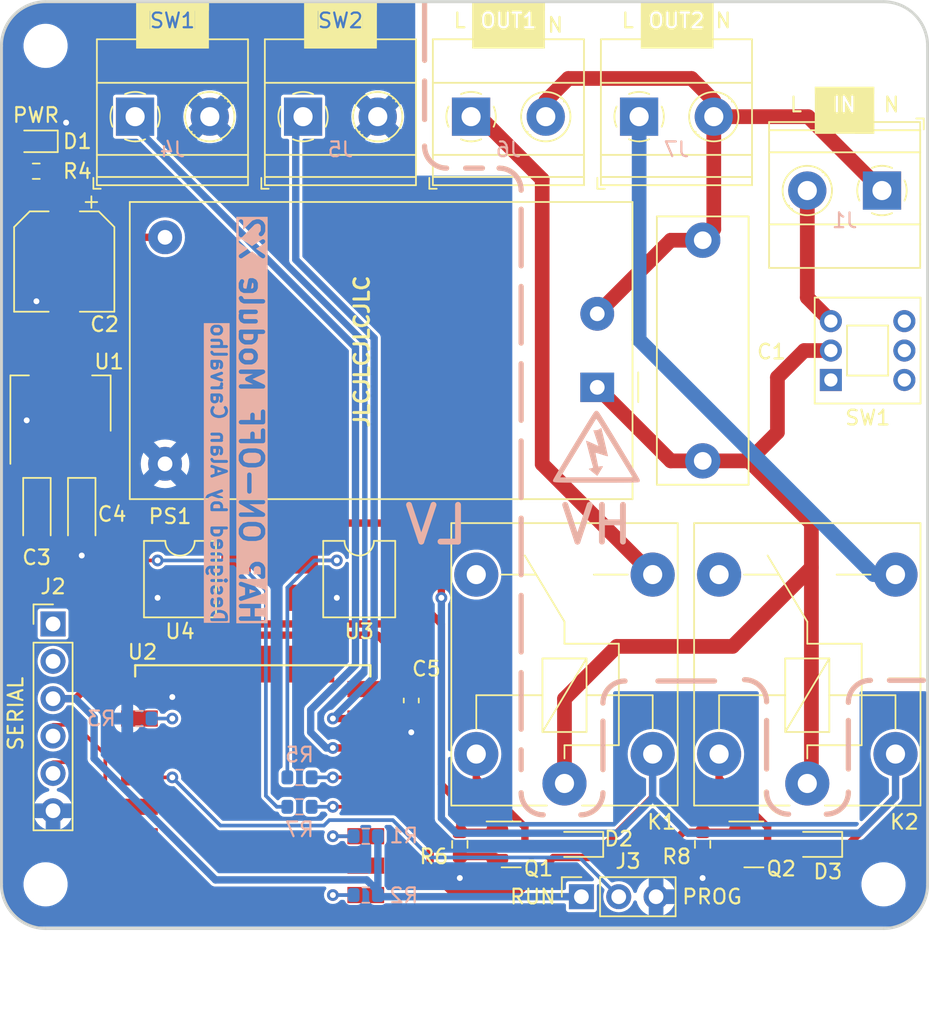
<source format=kicad_pcb>
(kicad_pcb (version 20221018) (generator pcbnew)
  (title_block (title "ON-OFF Module X2") (date "2024-05-09") (rev "1.0") (company "Alan Carvalho"))
  (layers (0 "F.Cu" signal) (31 "B.Cu" signal) (34 "B.Paste" user) (35 "F.Paste" user) (36 "B.SilkS" user "B.Silkscreen") (37 "F.SilkS" user "F.Silkscreen") (38 "B.Mask" user) (39 "F.Mask" user) (44 "Edge.Cuts" user))
  (net 0 "")
  (net 1 "LINE")
  (net 2 "NEUT")
  (net 3 "+12V")
  (net 4 "GND")
  (net 5 "+3.3V")
  (net 6 "Net-(D3-A)")
  (net 7 "Net-(D1-A)")
  (net 8 "Net-(D2-A)")
  (net 10 "SWITCH1")
  (net 11 "Net-(J1-Pin_2)")
  (net 13 "SWITCH2")
  (net 14 "TX")
  (net 15 "RX")
  (net 17 "OUT1")
  (net 18 "Net-(Q1-G)")
  (net 19 "Net-(U2-CH_PD)")
  (net 20 "Net-(U2-REST)")
  (net 21 "Net-(U2-GPIO15)")
  (net 22 "OUT2")
  (net 23 "FLASH")
  (net 36 "Net-(Q2-G)")
  (net 37 "Net-(R5-Pad1)")
  (net 38 "RELAY1")
  (net 39 "Net-(R7-Pad1)")
  (net 40 "RELAY2")
  (footprint "Capacitor_SMD:C_0603_1608Metric" (layer "F.Cu") (at 144.968201 106.9866 -90)
    (fp_text reference "C5" (at -2.156846 -1.030999 -180) (layer "F.SilkS"))
    (fp_text value "0.1uF" hide)
    (pad "1" smd roundrect (at -0.775 0 270) (size 0.9 0.95) (layers "F.Cu" "F.Paste" "F.Mask") (net 5 "+3.3V"))
    (pad "2" smd roundrect (at 0.775 0 270) (size 0.9 0.95) (layers "F.Cu" "F.Paste" "F.Mask") (net 4 "GND"))
  )
  (footprint "Package_TO_SOT_SMD:SOT-23" (layer "F.Cu") (at 151.7627 116.767754)
    (fp_text reference "Q1" (at 1.8565 1.651 180) (layer "F.SilkS"))
    (fp_text value "2N7002H" hide)
    (pad "1" smd roundrect (at -0.9375 -0.95) (size 1.475 0.6) (layers "F.Cu" "F.Paste" "F.Mask") (net 18 "Net-(Q1-G)"))
    (pad "2" smd roundrect (at -0.9375 0.95) (size 1.475 0.6) (layers "F.Cu" "F.Paste" "F.Mask") (net 4 "GND"))
    (pad "3" smd roundrect (at 0.9375 0) (size 1.475 0.6) (layers "F.Cu" "F.Paste" "F.Mask") (net 8 "Net-(D2-A)"))
  )
  (footprint "TerminalBlock_Phoenix:TerminalBlock_Phoenix_MKDS-1,5-2-5.08_1x02_P5.08mm_Horizontal" (layer "F.Cu") (at 137.6072 67.295054)
    (fp_text reference "J5" (at 2.54 2.2287) (layer "B.SilkS") (effects (justify mirror)))
    (fp_text value "Screw_Terminal_01x02" hide)
    (fp_text user "SW2" (at 2.545 -6.5343 unlocked) (layer "F.SilkS" knockout))
    (pad "1" thru_hole rect (at 0 0) (size 2.6 2.6) (drill 1.3) (layers "*.Cu" "*.Mask") (net 13 "SWITCH2"))
    (pad "2" thru_hole circle (at 5.08 0) (size 2.6 2.6) (drill 1.3) (layers "*.Cu" "*.Mask") (net 4 "GND"))
  )
  (footprint "MountingHole:MountingHole_2.5mm" (layer "F.Cu") (at 120.0912 62.481908 90)
    (fp_text reference "REF**" hide)
    (fp_text value "MountingHole_2.5mm" hide)
    (pad "" np_thru_hole circle (at 0 0 90) (size 2.5 2.5) (drill 2.5) (layers "F&B.Cu" "*.Mask"))
  )
  (footprint "Diode_SMD:D_SOD-323F" (layer "F.Cu") (at 156.4132 116.767754 180)
    (fp_text reference "D2" (at -2.667 0.381) (layer "F.SilkS"))
    (fp_text value "1N4148" hide)
    (pad "1" smd roundrect (at -1.1 0 180) (size 0.5 0.5) (layers "F.Cu" "F.Paste" "F.Mask") (net 3 "+12V"))
    (pad "2" smd roundrect (at 1.1 0 180) (size 0.5 0.5) (layers "F.Cu" "F.Paste" "F.Mask") (net 8 "Net-(D2-A)"))
  )
  (footprint "Connector_PinSocket_2.54mm:PinSocket_1x03_P2.54mm_Vertical" (layer "F.Cu") (at 156.5402 120.323754 90)
    (fp_text reference "J3" (at 2.413 3.175) (layer "F.SilkS"))
    (fp_text value "Conn_01x03_Socket" hide)
    (fp_text user "RUN" (at 0 -3.302 unlocked) (layer "F.SilkS"))
    (fp_text user "PROG" (at 0 8.89 unlocked) (layer "F.SilkS"))
    (pad "1" thru_hole rect (at 0 0 90) (size 1.7 1.7) (drill 1) (layers "*.Cu" "*.Mask") (net 5 "+3.3V"))
    (pad "2" thru_hole oval (at 0 2.54 90) (size 1.7 1.7) (drill 1) (layers "*.Cu" "*.Mask") (net 23 "FLASH"))
    (pad "3" thru_hole oval (at 0 5.08 90) (size 1.7 1.7) (drill 1) (layers "*.Cu" "*.Mask") (net 4 "GND"))
  )
  (footprint "Diode_SMD:D_SOD-323F" (layer "F.Cu") (at 172.6692 116.767754 180)
    (fp_text reference "D3" (at -0.635 -1.85) (layer "F.SilkS"))
    (fp_text value "1N4148" hide)
    (pad "1" smd roundrect (at -1.1 0 180) (size 0.5 0.5) (layers "F.Cu" "F.Paste" "F.Mask") (net 3 "+12V"))
    (pad "2" smd roundrect (at 1.1 0 180) (size 0.5 0.5) (layers "F.Cu" "F.Paste" "F.Mask") (net 6 "Net-(D3-A)"))
  )
  (footprint "MountingHole:MountingHole_2.5mm" (layer "F.Cu") (at 177.0912 119.481907 -90)
    (fp_text reference "REF**" hide)
    (fp_text value "MountingHole_2.5mm" hide)
    (pad "" np_thru_hole circle (at 0 0 270) (size 2.5 2.5) (drill 2.5) (layers "F&B.Cu" "*.Mask"))
  )
  (footprint "LED_SMD:LED_0603_1608Metric" (layer "F.Cu") (at 119.4362 68.971054 180)
    (fp_text reference "D1" (at -2.814 0 180) (layer "F.SilkS"))
    (fp_text value "LED" hide)
    (fp_text user "PWR" (at 0 1.778 unlocked) (layer "F.SilkS"))
    (pad "1" smd roundrect (at -0.7875 0 180) (size 0.875 0.95) (layers "F.Cu" "F.Paste" "F.Mask") (net 4 "GND"))
    (pad "2" smd roundrect (at 0.7875 0 180) (size 0.875 0.95) (layers "F.Cu" "F.Paste" "F.Mask") (net 7 "Net-(D1-A)"))
  )
  (footprint "Relay_THT:Relay_SPDT_Finder_36.11" (layer "F.Cu") (at 171.9072 112.625755 90)
    (fp_text reference "K2" (at -2.617999 6.604 180) (layer "F.SilkS"))
    (fp_text value "12V 5A" hide)
    (pad "11" thru_hole circle (at 0 0 90) (size 3 3) (drill 1.3) (layers "*.Cu" "*.Mask") (net 1 "LINE"))
    (pad "12" thru_hole circle (at 14.2 -6 90) (size 3 3) (drill 1.3) (layers "*.Cu" "*.Mask"))
    (pad "14" thru_hole circle (at 14.2 6 90) (size 3 3) (drill 1.3) (layers "*.Cu" "*.Mask") (net 22 "OUT2"))
    (pad "A1" thru_hole circle (at 2 6 90) (size 3 3) (drill 1.3) (layers "*.Cu" "*.Mask") (net 3 "+12V"))
    (pad "A2" thru_hole circle (at 2 -6 90) (size 3 3) (drill 1.3) (layers "*.Cu" "*.Mask") (net 6 "Net-(D3-A)"))
  )
  (footprint "Resistor_SMD:R_0603_1608Metric" (layer "F.Cu") (at 164.7872 116.767754 -90)
    (fp_text reference "R8" (at 0.825 1.77 180) (layer "F.SilkS"))
    (fp_text value "10k" hide)
    (pad "1" smd roundrect (at -0.825 0 270) (size 0.8 0.95) (layers "F.Cu" "F.Paste" "F.Mask") (net 36 "Net-(Q2-G)"))
    (pad "2" smd roundrect (at 0.825 0 270) (size 0.8 0.95) (layers "F.Cu" "F.Paste" "F.Mask") (net 4 "GND"))
  )
  (footprint "Relay_THT:Relay_SPDT_Finder_36.11" (layer "F.Cu") (at 155.3902 112.625754 90)
    (fp_text reference "K1" (at -2.618 6.611) (layer "F.SilkS"))
    (fp_text value "12V 5A" hide)
    (pad "11" thru_hole circle (at 0 0 90) (size 3 3) (drill 1.3) (layers "*.Cu" "*.Mask") (net 1 "LINE"))
    (pad "12" thru_hole circle (at 14.2 -6 90) (size 3 3) (drill 1.3) (layers "*.Cu" "*.Mask"))
    (pad "14" thru_hole circle (at 14.2 6 90) (size 3 3) (drill 1.3) (layers "*.Cu" "*.Mask") (net 17 "OUT1"))
    (pad "A1" thru_hole circle (at 2 6 90) (size 3 3) (drill 1.3) (layers "*.Cu" "*.Mask") (net 3 "+12V"))
    (pad "A2" thru_hole circle (at 2 -6 90) (size 3 3) (drill 1.3) (layers "*.Cu" "*.Mask") (net 8 "Net-(D2-A)"))
  )
  (footprint "TerminalBlock_Phoenix:TerminalBlock_Phoenix_MKDS-1,5-2-5.08_1x02_P5.08mm_Horizontal" (layer "F.Cu") (at 149.0372 67.295054)
    (fp_text reference "J6" (at 2.54 2.2287) (layer "B.SilkS") (effects (justify mirror)))
    (fp_text value "Screw_Terminal_01x02" hide)
    (fp_text user "N" (at 5.73119 -6.2295 unlocked) (layer "F.SilkS"))
    (fp_text user "OUT1" (at 2.54 -6.5343 unlocked) (layer "F.SilkS" knockout))
    (fp_text user "L" (at -0.770238 -6.5343 unlocked) (layer "F.SilkS"))
    (pad "1" thru_hole rect (at 0 0) (size 2.6 2.6) (drill 1.3) (layers "*.Cu" "*.Mask") (net 17 "OUT1"))
    (pad "2" thru_hole circle (at 5.08 0) (size 2.6 2.6) (drill 1.3) (layers "*.Cu" "*.Mask") (net 2 "NEUT"))
  )
  (footprint "Connector_PinHeader_2.54mm:PinHeader_1x06_P2.54mm_Vertical" (layer "F.Cu") (at 120.5992 101.781754)
    (fp_text reference "J2" (at 0 -2.54) (layer "F.SilkS"))
    (fp_text value "Conn_01x06_Socket" hide)
    (fp_text user "SERIAL" (at -2.54 6.096 90 unlocked) (layer "F.SilkS"))
    (pad "1" thru_hole rect (at 0 0) (size 1.7 1.7) (drill 1) (layers "*.Cu" "*.Mask"))
    (pad "2" thru_hole oval (at 0 2.54) (size 1.7 1.7) (drill 1) (layers "*.Cu" "*.Mask"))
    (pad "3" thru_hole oval (at 0 5.08) (size 1.7 1.7) (drill 1) (layers "*.Cu" "*.Mask") (net 5 "+3.3V"))
    (pad "4" thru_hole oval (at 0 7.62) (size 1.7 1.7) (drill 1) (layers "*.Cu" "*.Mask") (net 14 "TX"))
    (pad "5" thru_hole oval (at 0 10.16) (size 1.7 1.7) (drill 1) (layers "*.Cu" "*.Mask") (net 15 "RX"))
    (pad "6" thru_hole oval (at 0 12.7) (size 1.7 1.7) (drill 1) (layers "*.Cu" "*.Mask") (net 4 "GND"))
  )
  (footprint "TerminalBlock_Phoenix:TerminalBlock_Phoenix_MKDS-1,5-2-5.08_1x02_P5.08mm_Horizontal" (layer "F.Cu") (at 176.9872 72.317754 180)
    (fp_text reference "J1" (at 2.54 -2.032) (layer "B.SilkS") (effects (justify mirror)))
    (fp_text value "Screw_Terminal_01x02" hide)
    (fp_text user "L" (at 5.850238 5.842 unlocked) (layer "F.SilkS"))
    (fp_text user "N" (at -0.65119 5.842 unlocked) (layer "F.SilkS"))
    (fp_text user "IN" (at 2.545 5.842 unlocked) (layer "F.SilkS" knockout))
    (pad "1" thru_hole rect (at 0 0 180) (size 2.6 2.6) (drill 1.3) (layers "*.Cu" "*.Mask") (net 2 "NEUT"))
    (pad "2" thru_hole circle (at 5.08 0 180) (size 2.6 2.6) (drill 1.3) (layers "*.Cu" "*.Mask") (net 11 "Net-(J1-Pin_2)"))
  )
  (footprint "Package_TO_SOT_SMD:SOT-223-3_TabPin2" (layer "F.Cu") (at 121.1072 86.795753 90)
    (fp_text reference "U1" (at 2.844799 3.302 180) (layer "F.SilkS"))
    (fp_text value "AMS1117-3.3" hide)
    (pad "1" smd rect (at -3.15 -2.3 90) (size 2 1.5) (layers "F.Cu" "F.Paste" "F.Mask") (net 4 "GND"))
    (pad "2" smd rect (at -3.15 0 90) (size 2 1.5) (layers "F.Cu" "F.Paste" "F.Mask") (net 5 "+3.3V"))
    (pad "2" smd rect (at 3.15 0 90) (size 2 3.8) (layers "F.Cu" "F.Paste" "F.Mask") (net 5 "+3.3V"))
    (pad "3" smd rect (at -3.15 2.3 90) (size 2 1.5) (layers "F.Cu" "F.Paste" "F.Mask") (net 3 "+12V"))
  )
  (footprint "Resistor_SMD:R_0603_1608Metric" (layer "F.Cu") (at 148.2702 116.767754 -90)
    (fp_text reference "R6" (at 0.825 1.763 180) (layer "F.SilkS"))
    (fp_text value "10k" hide)
    (pad "1" smd roundrect (at -0.825 0 270) (size 0.8 0.95) (layers "F.Cu" "F.Paste" "F.Mask") (net 18 "Net-(Q1-G)"))
    (pad "2" smd roundrect (at 0.825 0 270) (size 0.8 0.95) (layers "F.Cu" "F.Paste" "F.Mask") (net 4 "GND"))
  )
  (footprint "Capacitor_Tantalum_SMD:CP_EIA-3216-18_Kemet-A" (layer "F.Cu") (at 119.5032 94.161754 -90)
    (fp_text reference "C4" (at 0.1524 -5.1092 -180) (layer "F.SilkS"))
    (fp_text value "10uF" hide)
    (pad "1" smd roundrect (at -1.35 0 270) (size 1.4 1.35) (layers "F.Cu" "F.Paste" "F.Mask") (roundrect_rratio 0.1851851852) (net 5 "+3.3V"))
    (pad "2" smd roundrect (at 1.35 0 270) (size 1.4 1.35) (layers "F.Cu" "F.Paste" "F.Mask") (roundrect_rratio 0.1851851852) (net 4 "GND"))
  )
  (footprint "ESP8266:ESP-12E_SMD" (layer "F.Cu") (at 141.1732 120.2116 180)
    (fp_text reference "U2" (at 14.493 16.524 180) (layer "F.SilkS"))
    (fp_text value "ESP-12E" hide)
    (pad "1" smd rect (at 0 0 180) (size 2.5 1.1) (drill (offset -0.7 0)) (layers "F.Cu" "F.Paste" "F.Mask") (net 20 "Net-(U2-REST)"))
    (pad "2" smd rect (at 0 2 180) (size 2.5 1.1) (drill (offset -0.7 0)) (layers "F.Cu" "F.Paste" "F.Mask"))
    (pad "3" smd rect (at 0 4 180) (size 2.5 1.1) (drill (offset -0.7 0)) (layers "F.Cu" "F.Paste" "F.Mask") (net 19 "Net-(U2-CH_PD)"))
    (pad "4" smd rect (at 0 6 180) (size 2.5 1.1) (drill (offset -0.7 0)) (layers "F.Cu" "F.Paste" "F.Mask") (net 40 "RELAY2"))
    (pad "5" smd rect (at 0 8 180) (size 2.5 1.1) (drill (offset -0.7 0)) (layers "F.Cu" "F.Paste" "F.Mask") (net 38 "RELAY1"))
    (pad "6" smd rect (at 0 10 180) (size 2.5 1.1) (drill (offset -0.7 0)) (layers "F.Cu" "F.Paste" "F.Mask") (net 10 "SWITCH1"))
    (pad "7" smd rect (at 0 12 180) (size 2.5 1.1) (drill (offset -0.7 0)) (layers "F.Cu" "F.Paste" "F.Mask") (net 13 "SWITCH2"))
    (pad "8" smd rect (at 0 14 180) (size 2.5 1.1) (drill (offset -0.7 0)) (layers "F.Cu" "F.Paste" "F.Mask") (net 5 "+3.3V"))
    (pad "9" smd rect (at 14 14 180) (size 2.5 1.1) (drill (offset 0.7 0)) (layers "F.Cu" "F.Paste" "F.Mask") (net 4 "GND"))
    (pad "10" smd rect (at 14 12 180) (size 2.5 1.1) (drill (offset 0.7 0)) (layers "F.Cu" "F.Paste" "F.Mask") (net 21 "Net-(U2-GPIO15)"))
    (pad "11" smd rect (at 14 10 180) (size 2.5 1.1) (drill (offset 0.7 0)) (layers "F.Cu" "F.Paste" "F.Mask"))
    (pad "12" smd rect (at 14 8 180) (size 2.5 1.1) (drill (offset 0.7 0)) (layers "F.Cu" "F.Paste" "F.Mask") (net 23 "FLASH"))
    (pad "13" smd rect (at 14 6 180) (size 2.5 1.1) (drill (offset 0.7 0)) (layers "F.Cu" "F.Paste" "F.Mask"))
    (pad "14" smd rect (at 14 4 180) (size 2.5 1.1) (drill (offset 0.7 0)) (layers "F.Cu" "F.Paste" "F.Mask"))
    (pad "15" smd rect (at 14 2 180) (size 2.5 1.1) (drill (offset 0.7 0)) (layers "F.Cu" "F.Paste" "F.Mask") (net 14 "TX"))
    (pad "16" smd rect (at 14 0 180) (size 2.5 1.1) (drill (offset 0.7 0)) (layers "F.Cu" "F.Paste" "F.Mask") (net 15 "RX"))
    (pad "17" smd rect (at 1.99 15 270) (size 2.5 1.1) (drill (offset -0.7 0)) (layers "F.Cu" "F.Paste" "F.Mask"))
    (pad "18" smd rect (at 3.99 15 270) (size 2.5 1.1) (drill (offset -0.7 0)) (layers "F.Cu" "F.Paste" "F.Mask"))
    (pad "19" smd rect (at 5.99 15 270) (size 2.5 1.1) (drill (offset -0.7 0)) (layers "F.Cu" "F.Paste" "F.Mask"))
    (pad "20" smd rect (at 7.99 15 270) (size 2.5 1.1) (drill (offset -0.7 0)) (layers "F.Cu" "F.Paste" "F.Mask"))
    (pad "21" smd rect (at 9.99 15 270) (size 2.5 1.1) (drill (offset -0.7 0)) (layers "F.Cu" "F.Paste" "F.Mask"))
    (pad "22" smd rect (at 11.99 15 270) (size 2.5 1.1) (drill (offset -0.7 0)) (layers "F.Cu" "F.Paste" "F.Mask"))
  )
  (footprint "Capacitor_THT:C_Rect_L18.0mm_W6.0mm_P15.00mm_FKS3_FKP3" (layer "F.Cu") (at 164.7952 90.695054 90)
    (fp_text reference "C1" (at 7.42 4.674) (layer "F.SilkS"))
    (fp_text value "0.1uF" hide)
    (pad "1" thru_hole circle (at 0 0 90) (size 2.4 2.4) (drill 1.2) (layers "*.Cu" "*.Mask") (net 1 "LINE"))
    (pad "2" thru_hole circle (at 15 0 90) (size 2.4 2.4) (drill 1.2) (layers "*.Cu" "*.Mask") (net 2 "NEUT"))
  )
  (footprint "Package_DIP:SMDIP-4_W7.62mm" (layer "F.Cu") (at 141.4272 98.733754)
    (fp_text reference "U3" (at 0 3.556 180) (layer "F.SilkS"))
    (fp_text value "PC817" hide)
    (pad "1" smd rect (at -3.81 -1.27) (size 2 1.78) (layers "F.Cu" "F.Paste" "F.Mask") (net 37 "Net-(R5-Pad1)"))
    (pad "2" smd rect (at -3.81 1.27) (size 2 1.78) (layers "F.Cu" "F.Paste" "F.Mask") (net 4 "GND"))
    (pad "3" smd rect (at 3.81 1.27) (size 2 1.78) (layers "F.Cu" "F.Paste" "F.Mask") (net 18 "Net-(Q1-G)"))
    (pad "4" smd rect (at 3.81 -1.27) (size 2 1.78) (layers "F.Cu" "F.Paste" "F.Mask") (net 3 "+12V"))
  )
  (footprint "Converter_ACDC:Converter_ACDC_HiLink_HLK-PMxx" (layer "F.Cu") (at 157.6192 85.695054 180)
    (fp_text reference "PS1" (at 29.0645 -8.772) (layer "F.SilkS"))
    (fp_text value "HLK-PM12" hide)
    (pad "1" thru_hole rect (at 0 0 180) (size 2.3 2) (drill 1) (layers "*.Cu" "*.Mask") (net 1 "LINE"))
    (pad "2" thru_hole circle (at 0 5 180) (size 2.3 2.3) (drill 1) (layers "*.Cu" "*.Mask") (net 2 "NEUT"))
    (pad "3" thru_hole circle (at 29.4 -5.2 180) (size 2.3 2.3) (drill 1) (layers "*.Cu" "*.Mask") (net 4 "GND"))
    (pad "4" thru_hole circle (at 29.4 10.2 180) (size 2.3 2.3) (drill 1) (layers "*.Cu" "*.Mask") (net 3 "+12V"))
  )
  (footprint "Capacitor_Tantalum_SMD:CP_EIA-3216-18_Kemet-A" (layer "F.Cu") (at 122.5512 94.161754 -90)
    (fp_text reference "C3" (at 3.0988 3.0696 -180) (layer "F.SilkS"))
    (fp_text value "10uF" hide)
    (pad "1" smd roundrect (at -1.35 0 270) (size 1.4 1.35) (layers "F.Cu" "F.Paste" "F.Mask") (roundrect_rratio 0.1851851852) (net 3 "+12V"))
    (pad "2" smd roundrect (at 1.35 0 270) (size 1.4 1.35) (layers "F.Cu" "F.Paste" "F.Mask") (roundrect_rratio 0.1851851852) (net 4 "GND"))
  )
  (footprint "MountingHole:MountingHole_2.5mm" (layer "F.Cu") (at 120.0912 119.481908 90)
    (fp_text reference "REF**" hide)
    (fp_text value "MountingHole_2.5mm" hide)
    (pad "" np_thru_hole circle (at 0 0 90) (size 2.5 2.5) (drill 2.5) (layers "*.Cu" "*.Mask"))
  )
  (footprint "MountingHole:MountingHole_2.5mm" (layer "F.Cu") (at 177.0912 62.481854 -90)
    (fp_text reference "REF**" hide)
    (fp_text value "MountingHole_2.5mm" hide)
    (pad "" np_thru_hole circle (at 0 0 270) (size 2.5 2.5) (drill 2.5) (layers "F&B.Cu" "*.Mask"))
  )
  (footprint "Capacitor_SMD:CP_Elec_6.3x7.7" (layer "F.Cu") (at 121.3612 77.143754 -90)
    (fp_text reference "C2" (at 4.2672 -2.7432 -180) (layer "F.SilkS"))
    (fp_text value "100uF" hide)
    (pad "1" smd roundrect (at -2.7 0 270) (size 3.5 1.6) (layers "F.Cu" "F.Paste" "F.Mask") (roundrect_rratio 0.15625) (net 3 "+12V"))
    (pad "2" smd roundrect (at 2.7 0 270) (size 3.5 1.6) (layers "F.Cu" "F.Paste" "F.Mask") (roundrect_rratio 0.15625) (net 4 "GND"))
  )
  (footprint "TerminalBlock_Phoenix:TerminalBlock_Phoenix_MKDS-1,5-2-5.08_1x02_P5.08mm_Horizontal" (layer "F.Cu") (at 126.1822 67.295054)
    (fp_text reference "J4" (at 2.54 2.2287) (layer "B.SilkS") (effects (justify mirror)))
    (fp_text value "Screw_Terminal_01x02" hide)
    (fp_text user "SW1" (at 2.54 -6.5343 unlocked) (layer "F.SilkS" knockout))
    (pad "1" thru_hole rect (at 0 0) (size 2.6 2.6) (drill 1.3) (layers "*.Cu" "*.Mask") (net 10 "SWITCH1"))
    (pad "2" thru_hole circle (at 5.08 0) (size 2.6 2.6) (drill 1.3) (layers "*.Cu" "*.Mask") (net 4 "GND"))
  )
  (footprint "Resistor_SMD:R_0603_1608Metric" (layer "F.Cu") (at 119.4562 71.003054)
    (fp_text reference "R4" (at 2.794 0) (layer "F.SilkS"))
    (fp_text value "2.2k" hide)
    (pad "1" smd roundrect (at -0.825 0) (size 0.8 0.95) (layers "F.Cu" "F.Paste" "F.Mask") (net 7 "Net-(D1-A)"))
    (pad "2" smd roundrect (at 0.825 0) (size 0.8 0.95) (layers "F.Cu" "F.Paste" "F.Mask") (net 3 "+12V"))
  )
  (footprint "Package_DIP:SMDIP-4_W7.62mm" (layer "F.Cu") (at 129.2352 98.733754)
    (fp_text reference "U4" (at 0 3.556) (layer "F.SilkS"))
    (fp_text value "PC817" hide)
    (pad "1" smd rect (at -3.81 -1.27) (size 2 1.78) (layers "F.Cu" "F.Paste" "F.Mask") (net 39 "Net-(R7-Pad1)"))
    (pad "2" smd rect (at -3.81 1.27) (size 2 1.78) (layers "F.Cu" "F.Paste" "F.Mask") (net 4 "GND"))
    (pad "3" smd rect (at 3.81 1.27) (size 2 1.78) (layers "F.Cu" "F.Paste" "F.Mask") (net 36 "Net-(Q2-G)"))
    (pad "4" smd rect (at 3.81 -1.27) (size 2 1.78) (layers "F.Cu" "F.Paste" "F.Mask") (net 3 "+12V"))
  )
  (footprint "TerminalBlock_Phoenix:TerminalBlock_Phoenix_MKDS-1,5-2-5.08_1x02_P5.08mm_Horizontal" (layer "F.Cu") (at 160.4672 67.295054)
    (fp_text reference "J7" (at 2.54 2.2287) (layer "B.SilkS") (effects (justify mirror)))
    (fp_text value "Screw_Terminal_01x02" hide)
    (fp_text user "N" (at 5.73119 -6.5343 unlocked) (layer "F.SilkS"))
    (fp_text user "L" (at -0.770238 -6.5343 unlocked) (layer "F.SilkS"))
    (fp_text user "OUT2" (at 2.54 -6.5343 unlocked) (layer "F.SilkS" knockout))
    (pad "1" thru_hole rect (at 0 0) (size 2.6 2.6) (drill 1.3) (layers "*.Cu" "*.Mask") (net 22 "OUT2"))
    (pad "2" thru_hole circle (at 5.08 0) (size 2.6 2.6) (drill 1.3) (layers "*.Cu" "*.Mask") (net 2 "NEUT"))
  )
  (footprint "MyLibrary:Toggle_Switch_SelfLocking_7x7" (layer "F.Cu") (at 176.0112 83.195054 90)
    (fp_text reference "SW1" (at -4.5659 0.0108 unlocked) (layer "F.SilkS"))
    (fp_text value "SW_SPDT" hide)
    (pad "1" thru_hole rect (at -2 -2.5 90) (size 1.5 1.5) (drill 0.9) (layers "*.Cu" "*.Mask"))
    (pad "2" thru_hole circle (at 0 -2.5 90) (size 1.5 1.5) (drill 0.9) (layers "*.Cu" "*.Mask") (net 1 "LINE"))
    (pad "3" thru_hole circle (at 2 -2.5 90) (size 1.5 1.5) (drill 0.9) (layers "*.Cu" "*.Mask") (net 11 "Net-(J1-Pin_2)"))
    (pad "4" thru_hole circle (at -2 2.5 90) (size 1.5 1.5) (drill 0.9) (layers "*.Cu" "*.Mask"))
    (pad "5" thru_hole circle (at 0 2.5 90) (size 1.5 1.5) (drill 0.9) (layers "*.Cu" "*.Mask"))
    (pad "6" thru_hole circle (at 2 2.5 90) (size 1.5 1.5) (drill 0.9) (layers "*.Cu" "*.Mask"))
  )
  (footprint "Package_TO_SOT_SMD:SOT-23" (layer "F.Cu") (at 168.2727 116.767754)
    (fp_text reference "Q2" (at 1.8565 1.651) (layer "F.SilkS"))
    (fp_text value "2N7002H" hide)
    (pad "1" smd roundrect (at -0.9375 -0.95) (size 1.475 0.6) (layers "F.Cu" "F.Paste" "F.Mask") (net 36 "Net-(Q2-G)"))
    (pad "2" smd roundrect (at -0.9375 0.95) (size 1.475 0.6) (layers "F.Cu" "F.Paste" "F.Mask") (net 4 "GND"))
    (pad "3" smd roundrect (at 0.9375 0) (size 1.475 0.6) (layers "F.Cu" "F.Paste" "F.Mask") (net 6 "Net-(D3-A)"))
  )
  (footprint "Resistor_SMD:R_0603_1608Metric" (layer "B.Cu") (at 137.3632 114.2116)
    (fp_text reference "R7" (at 0 1.540154) (layer "B.SilkS") (effects (justify mirror)))
    (fp_text value "390" hide)
    (pad "1" smd roundrect (at -0.825 0) (size 0.8 0.95) (layers "B.Cu" "B.Paste" "B.Mask") (net 39 "Net-(R7-Pad1)"))
    (pad "2" smd roundrect (at 0.825 0) (size 0.8 0.95) (layers "B.Cu" "B.Paste" "B.Mask") (net 40 "RELAY2"))
  )
  (footprint "Resistor_SMD:R_0603_1608Metric" (layer "B.Cu") (at 137.3632 112.211602)
    (fp_text reference "R5" (at 0 -1.539848) (layer "B.SilkS") (effects (justify mirror)))
    (fp_text value "390" hide)
    (pad "1" smd roundrect (at -0.825 0) (size 0.8 0.95) (layers "B.Cu" "B.Paste" "B.Mask") (net 37 "Net-(R5-Pad1)"))
    (pad "2" smd roundrect (at 0.825 0) (size 0.8 0.95) (layers "B.Cu" "B.Paste" "B.Mask") (net 38 "RELAY1"))
  )
  (footprint "Resistor_SMD:R_0603_1608Metric" (layer "B.Cu") (at 141.8732 120.2116 180)
    (fp_text reference "R2" (at -2.587 -0.025498 180) (layer "B.SilkS") (effects (justify mirror)))
    (fp_text value "10k" hide)
    (pad "1" smd roundrect (at -0.825 0 180) (size 0.8 0.95) (layers "B.Cu" "B.Paste" "B.Mask") (net 5 "+3.3V"))
    (pad "2" smd roundrect (at 0.825 0 180) (size 0.8 0.95) (layers "B.Cu" "B.Paste" "B.Mask") (net 20 "Net-(U2-REST)"))
  )
  (footprint "LOGO" (layer "B.Cu") (at 157.5816 89.7128 180)
    (fp_text reference "G***" hide)
    (fp_text value "LOGO" hide)
  )
  (footprint "Resistor_SMD:R_0603_1608Metric" (layer "B.Cu") (at 126.4732 108.211606 180)
    (fp_text reference "R3" (at 2.587 0 180) (layer "B.SilkS") (effects (justify mirror)))
    (fp_text value "10k" hide)
    (pad "1" smd roundrect (at -0.825 0 180) (size 0.8 0.95) (layers "B.Cu" "B.Paste" "B.Mask") (net 21 "Net-(U2-GPIO15)"))
    (pad "2" smd roundrect (at 0.825 0 180) (size 0.8 0.95) (layers "B.Cu" "B.Paste" "B.Mask") (net 4 "GND"))
  )
  (footprint "Resistor_SMD:R_0603_1608Metric" (layer "B.Cu") (at 141.8732 116.211607 180)
    (fp_text reference "R1" (at -2.587 0.038505 180) (layer "B.SilkS") (effects (justify mirror)))
    (fp_text value "10k" hide)
    (pad "1" smd roundrect (at -0.825 0 180) (size 0.8 0.95) (layers "B.Cu" "B.Paste" "B.Mask") (net 5 "+3.3V"))
    (pad "2" smd roundrect (at 0.825 0 180) (size 0.8 0.95) (layers "B.Cu" "B.Paste" "B.Mask") (net 19 "Net-(U2-CH_PD)"))
  )
  (gr_line (start 161.7472 105.660415) (end 166.8272 105.660415) (stroke (width 0.35) (type dash)) (layer "B.SilkS"))
  (gr_line (start 174.7012 108.341054) (end 174.7012 111.643054) (stroke (width 0.35) (type dash)) (layer "B.SilkS"))
  (gr_arc (start 167.6372 105.571054) (mid 168.69786 106.010394) (end 169.1372 107.071054) (stroke (width 0.35)) (layer "B.SilkS"))
  (gr_arc (start 158.005847 113.256469) (mid 157.566505 114.317136) (end 156.505847 114.756469) (stroke (width 0.35)) (layer "B.SilkS"))
  (gr_arc (start 147.3722 70.793754) (mid 146.311552 70.354402) (end 145.8722 69.293754) (stroke (width 0.35)) (layer "B.SilkS"))
  (gr_arc (start 150.941847 70.793754) (mid 152.002521 71.233091) (end 152.441847 72.293754) (stroke (width 0.35)) (layer "B.SilkS"))
  (gr_line (start 169.1372 108.341054) (end 169.1372 111.643054) (stroke (width 0.35) (type dash)) (layer "B.SilkS"))
  (gr_line (start 158.005847 108.385769) (end 158.005847 111.687769) (stroke (width 0.35) (type dash)) (layer "B.SilkS"))
  (gr_line (start 145.8722 59.617754) (end 145.8722 67.491754) (stroke (width 0.35) (type dash)) (layer "B.SilkS"))
  (gr_arc (start 170.6372 114.711754) (mid 169.57654 114.272414) (end 169.1372 113.211754) (stroke (width 0.35)) (layer "B.SilkS"))
  (gr_line (start 152.441847 73.587754) (end 152.441847 111.687769) (stroke (width 0.35) (type dash)) (layer "B.SilkS"))
  (gr_arc (start 153.941847 114.756469) (mid 152.881151 114.317147) (end 152.441847 113.256469) (stroke (width 0.35)) (layer "B.SilkS"))
  (gr_arc (start 174.7012 113.211754) (mid 174.26186 114.272414) (end 173.2012 114.711754) (stroke (width 0.35)) (layer "B.SilkS"))
  (gr_arc (start 174.7012 107.1157) (mid 175.140559 106.055075) (end 176.2012 105.6157) (stroke (width 0.35)) (layer "B.SilkS"))
  (gr_line (start 177.4952 105.6157) (end 179.8052 105.6157) (stroke (width 0.35) (type dash)) (layer "B.SilkS"))
  (gr_line (start 148.6662 70.793754) (end 149.8092 70.793754) (stroke (width 0.35) (type dash)) (layer "B.SilkS"))
  (gr_arc (start 158.005847 107.160415) (mid 158.445197 106.099761) (end 159.505847 105.660415) (stroke (width 0.35)) (layer "B.SilkS"))
  (gr_line (start 148.6662 70.793754) (end 149.8092 70.793754) (stroke (width 0.35) (type dash)) (layer "F.SilkS"))
  (gr_line (start 169.1372 108.341054) (end 169.1372 111.643054) (stroke (width 0.35) (type dash)) (layer "F.SilkS"))
  (gr_arc (start 153.941847 114.756469) (mid 152.881151 114.317147) (end 152.441847 113.256469) (stroke (width 0.35)) (layer "F.SilkS"))
  (gr_line (start 174.7012 108.341054) (end 174.7012 111.643054) (stroke (width 0.35) (type dash)) (layer "F.SilkS"))
  (gr_line (start 158.005847 108.385769) (end 158.005847 111.687769) (stroke (width 0.35) (type dash)) (layer "F.SilkS"))
  (gr_rect (start 164.8487 59.490754) (end 165.5091 62.640354) (stroke (width 0.05)) (fill solid) (layer "F.SilkS"))
  (gr_rect (start 160.6323 59.490754) (end 165.5091 60.074954) (stroke (width 0.05)) (fill solid) (layer "F.SilkS"))
  (gr_line (start 145.8722 59.617754) (end 145.8722 67.491754) (stroke (width 0.35) (type dash)) (layer "F.SilkS"))
  (gr_line (start 152.441847 73.587754) (end 152.441847 111.687769) (stroke (width 0.35) (type dash)) (layer "F.SilkS"))
  (gr_rect (start 126.6825 61.370354) (end 130.6703 62.640354) (stroke (width 0.05)) (fill solid) (layer "F.SilkS"))
  (gr_rect (start 149.1311 59.490754) (end 149.6645 62.640354) (stroke (width 0.05)) (fill solid) (layer "F.SilkS"))
  (gr_arc (start 170.6132 114.711754) (mid 169.55254 114.272414) (end 169.1132 113.211754) (stroke (width 0.35)) (layer "F.SilkS"))
  (gr_rect (start 172.4483 67.059954) (end 176.4361 68.431554) (stroke (width 0.05)) (fill solid) (layer "F.SilkS"))
  (gr_rect (start 160.6069 59.490754) (end 161.1403 62.640354) (stroke (width 0.05)) (fill solid) (layer "F.SilkS"))
  (gr_rect (start 130.2639 59.490754) (end 131.1783 62.640354) (stroke (width 0.05)) (fill solid) (layer "F.SilkS"))
  (gr_rect (start 175.1661 65.281954) (end 176.4361 68.431554) (stroke (width 0.05)) (fill solid) (layer "F.SilkS"))
  (gr_arc (start 167.6372 105.571054) (mid 168.69786 106.010394) (end 169.1372 107.071054) (stroke (width 0.35)) (layer "F.SilkS"))
  (gr_line (start 161.7472 105.660415) (end 166.8272 105.660415) (stroke (width 0.35) (type dash)) (layer "F.SilkS"))
  (gr_rect (start 137.7265 59.490754) (end 142.6033 60.074954) (stroke (width 0.05)) (fill solid) (layer "F.SilkS"))
  (gr_line (start 177.4952 105.591754) (end 179.8052 105.591754) (stroke (width 0.35) (type dash)) (layer "F.SilkS"))
  (gr_rect (start 172.4483 65.281954) (end 173.7183 68.431554) (stroke (width 0.05)) (fill solid) (layer "F.SilkS"))
  (gr_arc (start 158.005847 107.160415) (mid 158.445197 106.099761) (end 159.505847 105.660415) (stroke (width 0.35)) (layer "F.SilkS"))
  (gr_rect (start 138.1075 61.370354) (end 142.0953 62.640354) (stroke (width 0.05)) (fill solid) (layer "F.SilkS"))
  (gr_arc (start 158.005847 113.256469) (mid 157.566505 114.317136) (end 156.505847 114.756469) (stroke (width 0.35)) (layer "F.SilkS"))
  (gr_arc (start 147.3722 70.793754) (mid 146.311552 70.354402) (end 145.8722 69.293754) (stroke (width 0.35)) (layer "F.SilkS"))
  (gr_arc (start 174.7012 107.1157) (mid 175.140559 106.055075) (end 176.2012 105.6157) (stroke (width 0.35)) (layer "F.SilkS"))
  (gr_rect (start 153.3729 59.490754) (end 154.0333 62.640354) (stroke (width 0.05)) (fill solid) (layer "F.SilkS"))
  (gr_rect (start 141.6889 59.490754) (end 142.6033 62.640354) (stroke (width 0.05)) (fill solid) (layer "F.SilkS"))
  (gr_rect (start 137.7011 59.490754) (end 138.5901 62.640354) (stroke (width 0.05)) (fill solid) (layer "F.SilkS"))
  (gr_arc (start 150.941847 70.793754) (mid 152.002515 71.233086) (end 152.441847 72.293754) (stroke (width 0.35)) (layer "F.SilkS"))
  (gr_rect (start 126.2761 59.490754) (end 127.1651 62.640354) (stroke (width 0.05)) (fill solid) (layer "F.SilkS"))
  (gr_rect (start 149.5375 61.370354) (end 153.5253 62.640354) (stroke (width 0.05)) (fill solid) (layer "F.SilkS"))
  (gr_rect (start 149.1565 59.490754) (end 154.0333 60.074954) (stroke (width 0.05)) (fill solid) (layer "F.SilkS"))
  (gr_rect (start 126.3015 59.490754) (end 131.1783 60.074954) (stroke (width 0.05)) (fill solid) (layer "F.SilkS"))
  (gr_rect (start 172.4483 65.281954) (end 176.4361 65.739154) (stroke (width 0.05)) (fill solid) (layer "F.SilkS"))
  (gr_arc (start 174.7012 113.211754) (mid 174.26186 114.272414) (end 173.2012 114.711754) (stroke (width 0.35)) (layer "F.SilkS"))
  (gr_rect (start 161.0133 61.370354) (end 165.0011 62.640354) (stroke (width 0.05)) (fill solid) (layer "F.SilkS"))
  (gr_line (start 120.0912 59.481854) (end 177.0912 59.481854) (stroke (width 0.2)) (layer "Edge.Cuts"))
  (gr_arc (start 117.0912 62.481908) (mid 117.969867 60.360588) (end 120.0912 59.481908) (stroke (width 0.2)) (layer "Edge.Cuts"))
  (gr_arc (start 177.0912 59.481854) (mid 179.21255 60.360504) (end 180.0912 62.481854) (stroke (width 0.2)) (layer "Edge.Cuts"))
  (gr_arc (start 120.0912 122.481908) (mid 117.969831 121.603261) (end 117.0912 119.481907) (stroke (width 0.2)) (layer "Edge.Cuts"))
  (gr_line (start 117.0912 119.481908) (end 117.0912 62.481908) (stroke (width 0.2)) (layer "Edge.Cuts"))
  (gr_line (start 120.0912 122.481908) (end 177.0912 122.481908) (stroke (width 0.2)) (layer "Edge.Cuts"))
  (gr_line (start 180.0912 62.481854) (end 180.0912 119.481907) (stroke (width 0.2)) (layer "Edge.Cuts"))
  (gr_arc (start 180.0912 119.481907) (mid 179.212531 121.603222) (end 177.0912 122.481907) (stroke (width 0.2)) (layer "Edge.Cuts"))
  (gr_text "LV" (at 146.6596 95.0468) (layer "B.SilkS") (effects (font (size 2.5 2.5) (thickness 0.4) bold) (justify mirror)))
  (gr_text "HAP ON-OFF Module X2" (at 134.0612 87.955768 270) (layer "B.SilkS" knockout) (effects (font (size 1.5 1.5) (thickness 0.3) bold) (justify mirror)))
  (gr_text "HV" (at 157.5816 95.0468) (layer "B.SilkS") (effects (font (size 2.5 2.5) (thickness 0.4) bold) (justify mirror)))
  (gr_text "Designed by Alan Carvalho" (at 131.2672 101.863483 270) (layer "B.SilkS" knockout) (effects (font (size 1 1) (thickness 0.2) bold) (justify left bottom mirror)))
  (gr_text "JLCJLCJLCJLC" (at 142.1892 88.537912 90) (layer "F.SilkS") (effects (font (size 1 1) (thickness 0.2) bold) (justify left bottom)))
  (segment (start 171.6979 83.195054) (end 169.8752 85.017754) (width 1) (layer "F.Cu") (net 1))
  (segment (start 162.6192 90.695054) (end 157.6192 85.695054) (width 1) (layer "F.Cu") (net 1))
  (segment (start 172.1852 112.347755) (end 171.9072 112.625755) (width 1) (layer "F.Cu") (net 1))
  (segment (start 166.8272 103.305754) (end 158.9532 103.305754) (width 1) (layer "F.Cu") (net 1))
  (segment (start 169.8752 85.017754) (end 169.8752 88.752354) (width 1) (layer "F.Cu") (net 1))
  (segment (start 164.7952 90.695054) (end 162.6192 90.695054) (width 1) (layer "F.Cu") (net 1))
  (segment (start 158.9532 103.305754) (end 155.3902 106.868754) (width 1) (layer "F.Cu") (net 1))
  (segment (start 172.1852 97.947754) (end 166.8272 103.305754) (width 1) (layer "F.Cu") (net 1))
  (segment (start 169.8752 88.752354) (end 167.9325 90.695054) (width 1) (layer "F.Cu") (net 1))
  (segment (start 155.3902 106.868754) (end 155.3902 112.625754) (width 1) (layer "F.Cu") (net 1))
  (segment (start 173.5112 83.195054) (end 171.6979 83.195054) (width 1) (layer "F.Cu") (net 1))
  (segment (start 164.7952 90.695054) (end 167.9325 90.695054) (width 1) (layer "F.Cu") (net 1))
  (segment (start 167.9325 90.695054) (end 172.1852 94.947754) (width 1) (layer "F.Cu") (net 1))
  (segment (start 172.1852 94.947754) (end 172.1852 112.347755) (width 1) (layer "F.Cu") (net 1))
  (segment (start 165.5472 74.943054) (end 164.7952 75.695054) (width 1) (layer "F.Cu") (net 2))
  (segment (start 171.9645 67.295054) (end 165.5472 67.295054) (width 1) (layer "F.Cu") (net 2))
  (segment (start 176.9872 72.317754) (end 171.9645 67.295054) (width 1) (layer "F.Cu") (net 2))
  (segment (start 154.1172 67.295054) (end 154.1172 66.231754) (width 1) (layer "F.Cu") (net 2))
  (segment (start 165.5472 66.211754) (end 165.5472 67.295054) (width 1) (layer "F.Cu") (net 2))
  (segment (start 164.7952 75.695054) (end 162.6192 75.695054) (width 1) (layer "F.Cu") (net 2))
  (segment (start 154.1172 66.231754) (end 155.6512 64.697754) (width 1) (layer "F.Cu") (net 2))
  (segment (start 164.0332 64.697754) (end 165.5472 66.211754) (width 1) (layer "F.Cu") (net 2))
  (segment (start 155.6512 64.697754) (end 164.0332 64.697754) (width 1) (layer "F.Cu") (net 2))
  (segment (start 165.5472 67.295054) (end 165.5472 74.943054) (width 1) (layer "F.Cu") (net 2))
  (segment (start 162.6192 75.695054) (end 157.6192 80.695054) (width 1) (layer "F.Cu") (net 2))
  (segment (start 143.9672 94.923754) (end 145.2372 96.193754) (width 0.5) (layer "F.Cu") (net 3))
  (segment (start 173.7692 116.767754) (end 174.7012 116.767754) (width 0.5) (layer "F.Cu") (net 3))
  (segment (start 124.4092 88.943753) (end 123.4072 89.945753) (width 0.5) (layer "F.Cu") (net 3))
  (segment (start 133.0452 97.209754) (end 133.0452 96.193754) (width 0.5) (layer "F.Cu") (net 3))
  (segment (start 123.4072 91.955754) (end 122.5512 92.811754) (width 0.5) (layer "F.Cu") (net 3))
  (segment (start 131.7752 94.923754) (end 124.6632 94.923754) (width 0.5) (layer "F.Cu") (net 3))
  (segment (start 120.2812 71.003054) (end 120.2812 73.363754) (width 0.5) (layer "F.Cu") (net 3))
  (segment (start 133.0452 96.193754) (end 131.7752 94.923754) (width 0.5) (layer "F.Cu") (net 3))
  (segment (start 157.5132 116.767754) (end 158.1912 116.767754) (width 0.5) (layer "F.Cu") (net 3))
  (segment (start 124.4092 77.491754) (end 124.4092 88.943753) (width 0.5) (layer "F.Cu") (net 3))
  (segment (start 174.7012 116.767754) (end 177.9072 113.561754) (width 0.5) (layer "F.Cu") (net 3))
  (segment (start 145.2372 96.193754) (end 145.2372 97.209754) (width 0.5) (layer "F.Cu") (net 3))
  (segment (start 134.3152 94.923754) (end 143.9672 94.923754) (width 0.5) (layer "F.Cu") (net 3))
  (segment (start 123.4072 89.945753) (end 123.4072 91.955754) (width 0.5) (layer "F.Cu") (net 3))
  (segment (start 123.4072 89.945754) (end 123.407198 89.945755) (width 0.5) (layer "F.Cu") (net 3))
  (segment (start 124.6632 94.923754) (end 122.5512 92.811754) (width 0.5) (layer "F.Cu") (net 3))
  (segment (start 145.2372 97.463754) (end 145.9992 97.463754) (width 0.5) (layer "F.Cu") (net 3))
  (segment (start 145.9992 97.463754) (end 147.0152 98.479754) (width 0.5) (layer "F.Cu") (net 3))
  (segment (start 120.2812 73.363754) (end 121.3612 74.443754) (width 0.5) (layer "F.Cu") (net 3))
  (segment (start 147.0152 98.479754) (end 147.0152 100.003754) (width 0.5) (layer "F.Cu") (net 3))
  (segment (start 121.3612 74.443754) (end 122.4125 75.495054) (width 0.5) (layer "F.Cu") (net 3))
  (segment (start 158.1912 116.767754) (end 161.3902 113.568754) (width 0.5) (layer "F.Cu") (net 3))
  (segment (start 161.3902 113.568754) (end 161.3902 110.625754) (width 0.5) (layer "F.Cu") (net 3))
  (segment (start 133.0452 96.193754) (end 134.3152 94.923754) (width 0.5) (layer "F.Cu") (net 3))
  (segment (start 122.4125 75.495054) (end 124.4092 77.491754) (width 0.5) (layer "F.Cu") (net 3))
  (segment (start 177.9072 113.561754) (end 177.9072 110.625755) (width 0.5) (layer "F.Cu") (net 3))
  (segment (start 122.4125 75.495054) (end 128.2192 75.495054) (width 0.5) (layer "F.Cu") (net 3))
  (via (at 147.0152 100.003754) (size 0.8) (drill 0.4) (layers "F.Cu" "B.Cu") (net 3))
  (segment (start 175.4632 116.005754) (end 163.7792 116.005754) (width 0.5) (layer "B.Cu") (net 3))
  (segment (start 163.7792 116.005754) (end 161.3902 113.616754) (width 0.5) (layer "B.Cu") (net 3))
  (segment (start 161.3902 113.616754) (end 161.3902 110.625754) (width 0.5) (layer "B.Cu") (net 3))
  (segment (start 177.9072 113.561754) (end 175.4632 116.005754) (width 0.5) (layer "B.Cu") (net 3))
  (segment (start 159.0012 116.005754) (end 161.3902 113.616754) (width 0.5) (layer "B.Cu") (net 3))
  (segment (start 147.0152 100.003754) (end 147.0152 114.989754) (width 0.5) (layer "B.Cu") (net 3))
  (segment (start 147.0152 114.989754) (end 148.0312 116.005754) (width 0.5) (layer "B.Cu") (net 3))
  (segment (start 148.0312 116.005754) (end 159.0012 116.005754) (width 0.5) (layer "B.Cu") (net 3))
  (segment (start 177.9072 110.625755) (end 177.9072 113.561754) (width 0.5) (layer "B.Cu") (net 3))
  (segment (start 119.5032 95.511754) (end 122.5512 95.511754) (width 0.5) (layer "F.Cu") (net 4))
  (segment (start 164.7872 117.592754) (end 164.7872 119.053754) (width 0.5) (layer "F.Cu") (net 4))
  (segment (start 148.2702 117.592754) (end 148.2702 119.053754) (width 0.5) (layer "F.Cu") (net 4))
  (segment (start 167.2102 117.592754) (end 167.3352 117.717754) (width 0.25) (layer "F.Cu") (net 4))
  (segment (start 121.361201 79.843754) (end 119.563901 79.843754) (width 0.5) (layer "F.Cu") (net 4))
  (segment (start 137.3632 100.003754) (end 139.9032 100.003754) (width 0.5) (layer "F.Cu") (net 4))
  (segment (start 120.2237 68.965554) (end 121.4882 67.701054) (width 0.25) (layer "F.Cu") (net 4))
  (segment (start 118.807199 87.938754) (end 118.8072 89.945754) (width 0.5) (layer "F.Cu") (net 4))
  (segment (start 120.2237 68.971054) (end 120.2237 68.965554) (width 0.25) (layer "F.Cu") (net 4))
  (segment (start 119.563901 79.843754) (end 119.4699 79.937755) (width 0.5) (layer "F.Cu") (net 4))
  (segment (start 164.7872 117.592754) (end 167.2102 117.592754) (width 0.5) (layer "F.Cu") (net 4))
  (segment (start 127.1732 106.2116) (end 128.174197 106.2116) (width 0.5) (layer "F.Cu") (net 4))
  (segment (start 122.5512 95.511754) (end 122.5512 97.129754) (width 0.5) (layer "F.Cu") (net 4))
  (segment (start 144.968201 107.7616) (end 144.968201 109.147754) (width 0.5) (layer "F.Cu") (net 4))
  (segment (start 150.7002 117.592754) (end 150.8252 117.717754) (width 0.25) (layer "F.Cu") (net 4))
  (segment (start 128.174197 106.2116) (end 128.712199 106.749602) (width 0.5) (layer "F.Cu") (net 4))
  (segment (start 148.2702 117.592754) (end 150.7002 117.592754) (width 0.5) (layer "F.Cu") (net 4))
  (segment (start 125.4252 100.003754) (end 127.7112 100.003754) (width 0.5) (layer "F.Cu") (net 4))
  (via (at 118.807199 87.938754) (size 0.8) (drill 0.4) (layers "F.Cu" "B.Cu") (net 4))
  (via (at 121.4882 67.701054) (size 0.8) (drill 0.4) (layers "F.Cu" "B.Cu") (net 4))
  (via (at 122.5512 97.129754) (size 0.8) (drill 0.4) (layers "F.Cu" "B.Cu") (net 4))
  (via (at 144.968201 109.147754) (size 0.8) (drill 0.4) (layers "F.Cu" "B.Cu") (net 4))
  (via (at 119.4699 79.843754) (size 0.8) (drill 0.4) (layers "F.Cu" "B.Cu") (net 4))
  (via (at 164.7872 119.053754) (size 0.8) (drill 0.4) (layers "F.Cu" "B.Cu") (net 4))
  (via (at 127.7112 100.003754) (size 0.8) (drill 0.4) (layers "F.Cu" "B.Cu") (net 4))
  (via (at 139.9032 100.003754) (size 0.8) (drill 0.4) (layers "F.Cu" "B.Cu") (net 4))
  (via (at 128.712199 106.749602) (size 0.8) (drill 0.4) (layers "F.Cu" "B.Cu") (net 4))
  (via (at 148.2702 119.053754) (size 0.8) (drill 0.4) (layers "F.Cu" "B.Cu") (net 4))
  (segment (start 131.5212 66.729754) (end 131.5212 66.685054) (width 0.5) (layer "B.Cu") (net 4))
  (segment (start 122.1232 106.861754) (end 124.6632 104.321754) (width 0.5) (layer "F.Cu") (net 5))
  (segment (start 120.5992 106.861754) (end 122.1232 106.861754) (width 0.5) (layer "F.Cu") (net 5))
  (segment (start 118.0592 97.717754) (end 118.0592 93.653754) (width 0.5) (layer "F.Cu") (net 5))
  (segment (start 124.6632 104.321754) (end 124.6632 102.543754) (width 0.5) (layer "F.Cu") (net 5))
  (segment (start 141.1732 106.2116) (end 144.968201 106.2116) (width 0.5) (layer "F.Cu") (net 5))
  (segment (start 142.682201 102.543754) (end 124.6632 102.543754) (width 0.5) (layer "F.Cu") (net 5))
  (segment (start 121.1072 89.945753) (end 121.1072 91.207754) (width 0.5) (layer "F.Cu") (net 5))
  (segment (start 121.1072 91.207754) (end 119.5032 92.811754) (width 0.5) (layer "F.Cu") (net 5))
  (segment (start 121.1072 83.645754) (end 121.1072 89.945754) (width 0.5) (layer "F.Cu") (net 5))
  (segment (start 118.0592 93.653754) (end 118.9012 92.811754) (width 0.5) (layer "F.Cu") (net 5))
  (segment (start 141.1732 106.2116) (end 141.1892 106.2276) (width 0.25) (layer "F.Cu") (net 5))
  (segment (start 124.6632 102.543754) (end 121.1072 98.987754) (width 0.5) (layer "F.Cu") (net 5))
  (segment (start 119.3292 98.987754) (end 118.0592 97.717754) (width 0.5) (layer "F.Cu") (net 5))
  (segment (start 118.9012 92.811754) (end 119.5032 92.811754) (width 0.5) (layer "F.Cu") (net 5))
  (segment (start 144.968201 104.829754) (end 142.682201 102.543754) (width 0.5) (layer "F.Cu") (net 5))
  (segment (start 121.1072 98.987754) (end 119.3292 98.987754) (width 0.5) (layer "F.Cu") (net 5))
  (segment (start 144.968201 106.2116) (end 144.968201 104.829754) (width 0.5) (layer "F.Cu") (net 5))
  (segment (start 142.810354 120.323754) (end 142.6982 120.2116) (width 0.5) (layer "B.Cu") (net 5))
  (segment (start 122.1232 106.861754) (end 120.5992 106.861754) (width 0.5) (layer "B.Cu") (net 5))
  (segment (start 123.3932 108.131754) (end 122.1232 106.861754) (width 0.5) (layer "B.Cu") (net 5))
  (segment (start 131.6482 119.180754) (end 123.3932 110.925754) (width 0.5) (layer "B.Cu") (net 5))
  (segment (start 156.5402 120.323754) (end 142.810354 120.323754) (width 0.5) (layer "B.Cu") (net 5))
  (segment (start 142.6982 116.211607) (end 142.6982 120.2116) (width 0.5) (layer "B.Cu") (net 5))
  (segment (start 141.9352 119.180754) (end 131.6482 119.180754) (width 0.5) (layer "B.Cu") (net 5))
  (segment (start 142.6982 120.2116) (end 142.6982 119.943754) (width 0.5) (layer "B.Cu") (net 5))
  (segment (start 123.3932 110.925754) (end 123.3932 108.131754) (width 0.5) (layer "B.Cu") (net 5))
  (segment (start 142.6982 119.943754) (end 141.9352 119.180754) (width 0.5) (layer "B.Cu") (net 5))
  (segment (start 169.2102 116.767754) (end 171.5692 116.767754) (width 0.5) (layer "F.Cu") (net 6))
  (segment (start 169.2102 116.767754) (end 169.2102 115.594754) (width 0.5) (layer "F.Cu") (net 6))
  (segment (start 165.9072 112.291754) (end 165.9072 110.625755) (width 0.5) (layer "F.Cu") (net 6))
  (segment (start 169.2102 115.594754) (end 165.9072 112.291754) (width 0.5) (layer "F.Cu") (net 6))
  (segment (start 118.6487 70.985554) (end 118.6312 71.003054) (width 0.25) (layer "F.Cu") (net 7))
  (segment (start 118.6487 68.971054) (end 118.6487 70.985554) (width 0.25) (layer "F.Cu") (net 7))
  (segment (start 149.3902 112.284754) (end 149.3902 110.625754) (width 0.5) (layer "F.Cu") (net 8))
  (segment (start 152.7002 116.767754) (end 155.3132 116.767754) (width 0.5) (layer "F.Cu") (net 8))
  (segment (start 152.7002 115.594754) (end 149.3902 112.284754) (width 0.5) (layer "F.Cu") (net 8))
  (segment (start 152.7002 116.767754) (end 152.7002 115.594754) (width 0.5) (layer "F.Cu") (net 8))
  (segment (start 139.6342 110.211602) (end 141.1732 110.211601) (width 0.5) (layer "F.Cu") (net 10))
  (via (at 139.6342 110.211602) (size 0.8) (drill 0.4) (layers "F.Cu" "B.Cu") (net 10))
  (segment (start 138.1252 109.147754) (end 138.1252 107.623754) (width 0.5) (layer "B.Cu") (net 10))
  (segment (start 141.1732 82.985754) (end 126.1822 67.994754) (width 0.5) (layer "B.Cu") (net 10))
  (segment (start 138.1252 107.623754) (end 141.1732 104.575754) (width 0.5) (layer "B.Cu") (net 10))
  (segment (start 139.189048 110.211602) (end 138.1252 109.147754) (width 0.5) (layer "B.Cu") (net 10))
  (segment (start 139.6342 110.211602) (end 139.189048 110.211602) (width 0.5) (layer "B.Cu") (net 10))
  (segment (start 126.1822 67.994754) (end 126.1822 67.295054) (width 0.5) (layer "B.Cu") (net 10))
  (segment (start 141.1732 104.575754) (end 141.1732 82.985754) (width 0.5) (layer "B.Cu") (net 10))
  (segment (start 171.9072 79.591054) (end 173.5112 81.195054) (width 1) (layer "F.Cu") (net 11))
  (segment (start 171.9072 72.317754) (end 171.9072 79.591054) (width 1) (layer "F.Cu") (net 11))
  (segment (start 141.1732 108.2116) (end 139.6342 108.2116) (width 0.5) (layer "F.Cu") (net 13))
  (via (at 139.6342 108.2116) (size 0.8) (drill 0.4) (layers "F.Cu" "B.Cu") (net 13))
  (segment (start 137.1092 67.793054) (end 137.6072 67.295054) (width 0.5) (layer "B.Cu") (net 13))
  (segment (start 137.1092 77.016754) (end 137.1092 67.793054) (width 0.5) (layer "B.Cu") (net 13))
  (segment (start 139.6342 108.2116) (end 142.4432 105.4026) (width 0.5) (layer "B.Cu") (net 13))
  (segment (start 142.4432 82.350754) (end 137.1092 77.016754) (width 0.5) (layer "B.Cu") (net 13))
  (segment (start 142.4432 105.4026) (end 142.4432 82.350754) (width 0.5) (layer "B.Cu") (net 13))
  (segment (start 124.1552 117.021754) (end 124.1552 110.671754) (width 0.25) (layer "F.Cu") (net 14))
  (segment (start 124.4092 117.275754) (end 124.1552 117.021754) (width 0.25) (layer "F.Cu") (net 14))
  (segment (start 127.1732 118.2116) (end 125.330047 118.2116) (width 0.25) (layer "F.Cu") (net 14))
  (segment (start 125.330047 118.2116) (end 124.394201 117.275754) (width 0.25) (layer "F.Cu") (net 14))
  (segment (start 124.1552 110.671754) (end 122.1232 108.639754) (width 0.25) (layer "F.Cu") (net 14))
  (segment (start 122.1232 108.639754) (end 120.5992 108.639754) (width 0.25) (layer "F.Cu") (net 14))
  (segment (start 127.1732 120.2116) (end 125.298047 120.2116) (width 0.25) (layer "F.Cu") (net 15))
  (segment (start 123.3932 112.449754) (end 122.1232 111.179754) (width 0.25) (layer "F.Cu") (net 15))
  (segment (start 125.298047 120.2116) (end 123.3932 118.306753) (width 0.25) (layer "F.Cu") (net 15))
  (segment (start 123.3932 118.306753) (end 123.3932 112.449754) (width 0.25) (layer "F.Cu") (net 15))
  (segment (start 122.1232 111.179754) (end 120.5992 111.179754) (width 0.25) (layer "F.Cu") (net 15))
  (segment (start 161.3902 98.425754) (end 153.8732 90.908754) (width 1) (layer "F.Cu") (net 17))
  (segment (start 153.8732 90.908754) (end 153.8732 71.555754) (width 1) (layer "F.Cu") (net 17))
  (segment (start 153.8732 71.555754) (end 149.6125 67.295054) (width 1) (layer "F.Cu") (net 17))
  (segment (start 149.6125 67.295054) (end 149.0372 67.295054) (width 1) (layer "F.Cu") (net 17))
  (segment (start 148.2702 115.942754) (end 150.7002 115.942754) (width 0.5) (layer "F.Cu") (net 18))
  (segment (start 148.2702 113.958754) (end 148.2702 115.942754) (width 0.5) (layer "F.Cu") (net 18))
  (segment (start 145.2372 100.003754) (end 147.0152 101.781754) (width 0.5) (layer "F.Cu") (net 18))
  (segment (start 147.0152 112.703754) (end 148.2702 113.958754) (width 0.5) (layer "F.Cu") (net 18))
  (segment (start 150.7002 115.942754) (end 150.8252 115.817754) (width 0.25) (layer "F.Cu") (net 18))
  (segment (start 147.0152 101.781754) (end 147.0152 112.703754) (width 0.5) (layer "F.Cu") (net 18))
  (segment (start 139.634208 116.2116) (end 139.634201 116.211607) (width 0.25) (layer "F.Cu") (net 19))
  (segment (start 141.1732 116.2116) (end 139.634208 116.2116) (width 0.25) (layer "F.Cu") (net 19))
  (via (at 139.634201 116.211607) (size 0.8) (drill 0.4) (layers "F.Cu" "B.Cu") (net 19))
  (segment (start 139.634201 116.211607) (end 141.0482 116.211607) (width 0.25) (layer "B.Cu") (net 19))
  (segment (start 141.1732 120.2116) (end 139.6342 120.2116) (width 0.25) (layer "F.Cu") (net 20))
  (via (at 139.6342 120.2116) (size 0.8) (drill 0.4) (layers "F.Cu" "B.Cu") (net 20))
  (segment (start 141.0482 120.2116) (end 139.6342 120.2116) (width 0.25) (layer "B.Cu") (net 20))
  (segment (start 127.173203 108.211606) (end 127.1732 108.211602) (width 0.25) (layer "F.Cu") (net 21))
  (segment (start 128.712199 108.211606) (end 127.173203 108.211606) (width 0.25) (layer "F.Cu") (net 21))
  (via (at 128.712199 108.211606) (size 0.8) (drill 0.4) (layers "F.Cu" "B.Cu") (net 21))
  (segment (start 127.298199 108.211606) (end 128.712199 108.211606) (width 0.25) (layer "B.Cu") (net 21))
  (segment (start 176.425201 98.425755) (end 177.9072 98.425755) (width 1) (layer "B.Cu") (net 22))
  (segment (start 160.4672 82.467754) (end 176.425201 98.425755) (width 1) (layer "B.Cu") (net 22))
  (segment (start 160.4672 67.295054) (end 160.4672 82.467754) (width 1) (layer "B.Cu") (net 22))
  (segment (start 128.712199 112.211602) (end 127.1732 112.211602) (width 0.25) (layer "F.Cu") (net 23))
  (via (at 128.712199 112.211602) (size 0.8) (drill 0.4) (layers "F.Cu" "B.Cu") (net 23))
  (segment (start 139.3952 115.116754) (end 143.7132 115.116754) (width 0.25) (layer "B.Cu") (net 23))
  (segment (start 139.025347 115.486607) (end 139.3952 115.116754) (width 0.25) (layer "B.Cu") (net 23))
  (segment (start 156.4132 117.656754) (end 159.0802 120.323754) (width 0.25) (layer "B.Cu") (net 23))
  (segment (start 146.2532 117.656754) (end 156.4132 117.656754) (width 0.25) (layer "B.Cu") (net 23))
  (segment (start 143.7132 115.116754) (end 146.2532 117.656754) (width 0.25) (layer "B.Cu") (net 23))
  (segment (start 128.712199 112.211602) (end 131.987204 115.486607) (width 0.25) (layer "B.Cu") (net 23))
  (segment (start 131.987204 115.486607) (end 139.025347 115.486607) (width 0.25) (layer "B.Cu") (net 23))
  (segment (start 154.6352 117.656754) (end 161.7472 117.656754) (width 0.5) (layer "F.Cu") (net 36))
  (segment (start 133.0452 100.003754) (end 133.0452 100.765754) (width 0.5) (layer "F.Cu") (net 36))
  (segment (start 163.4612 115.942754) (end 164.7872 115.942754) (width 0.5) (layer "F.Cu") (net 36))
  (segment (start 164.7872 115.942754) (end 167.2102 115.942754) (width 0.5) (layer "F.Cu") (net 36))
  (segment (start 167.2102 115.942754) (end 167.3352 115.817754) (width 0.25) (layer "F.Cu") (net 36))
  (segment (start 146.2532 103.813754) (end 146.2532 118.545754) (width 0.5) (layer "F.Cu") (net 36))
  (segment (start 152.2222 120.069754) (end 154.6352 117.656754) (width 0.5) (layer "F.Cu") (net 36))
  (segment (start 133.0452 100.765754) (end 134.0612 101.781754) (width 0.5) (layer "F.Cu") (net 36))
  (segment (start 144.2212 101.781754) (end 146.2532 103.813754) (width 0.5) (layer "F.Cu") (net 36))
  (segment (start 146.2532 118.545754) (end 147.7772 120.069754) (width 0.5) (layer "F.Cu") (net 36))
  (segment (start 147.7772 120.069754) (end 152.2222 120.069754) (width 0.5) (layer "F.Cu") (net 36))
  (segment (start 161.7472 117.656754) (end 163.4612 115.942754) (width 0.5) (layer "F.Cu") (net 36))
  (segment (start 134.0612 101.781754) (end 144.2212 101.781754) (width 0.5) (layer "F.Cu") (net 36))
  (segment (start 139.9032 97.463754) (end 137.3632 97.463754) (width 0.25) (layer "F.Cu") (net 37))
  (via (at 139.9032 97.463754) (size 0.8) (drill 0.4) (layers "F.Cu" "B.Cu") (net 37))
  (segment (start 136.5382 99.304754) (end 136.5382 112.211602) (width 0.25) (layer "B.Cu") (net 37))
  (segment (start 138.3792 97.463754) (end 136.5382 99.304754) (width 0.25) (layer "B.Cu") (net 37))
  (segment (start 139.9032 97.463754) (end 138.3792 97.463754) (width 0.25) (layer "B.Cu") (net 37))
  (segment (start 141.1732 112.211602) (end 139.634201 112.211602) (width 0.25) (layer "F.Cu") (net 38))
  (via (at 139.634201 112.211602) (size 0.8) (drill 0.4) (layers "F.Cu" "B.Cu") (net 38))
  (segment (start 138.1882 112.211602) (end 139.634201 112.211602) (width 0.25) (layer "B.Cu") (net 38))
  (segment (start 139.634203 112.211605) (end 139.634201 112.211602) (width 0.25) (layer "B.Cu") (net 38))
  (segment (start 125.4252 97.463754) (end 127.7112 97.463754) (width 0.25) (layer "F.Cu") (net 39))
  (via (at 127.7112 97.463754) (size 0.8) (drill 0.4) (layers "F.Cu" "B.Cu") (net 39))
  (segment (start 127.7112 97.463754) (end 133.0452 97.463754) (width 0.25) (layer "B.Cu") (net 39))
  (segment (start 135.0772 99.495754) (end 135.0772 113.465754) (width 0.25) (layer "B.Cu") (net 39))
  (segment (start 135.0772 113.465754) (end 135.823046 114.2116) (width 0.25) (layer "B.Cu") (net 39))
  (segment (start 135.823046 114.2116) (end 136.5382 114.2116) (width 0.25) (layer "B.Cu") (net 39))
  (segment (start 133.0452 97.463754) (end 135.0772 99.495754) (width 0.25) (layer "B.Cu") (net 39))
  (segment (start 141.1732 114.2116) (end 139.634201 114.2116) (width 0.25) (layer "F.Cu") (net 40))
  (via (at 139.634201 114.2116) (size 0.8) (drill 0.4) (layers "F.Cu" "B.Cu") (net 40))
  (segment (start 138.1882 114.2116) (end 139.634201 114.2116) (width 0.25) (layer "B.Cu") (net 40))
  (zone (net 4) (net_name "GND") (layer "B.Cu") (connect_pads (clearance 0)) (min_thickness 0.25) (fill yes (thermal_gap 0.5) (thermal_bridge_width 1))
    (polygon (pts (xy 117.0432 59.363754) (xy 145.2372 59.363754) (xy 145.2372 71.301754) (xy 151.8412 71.301754) (xy 151.8412 115.243754) (xy 158.6992 115.243754) (xy 158.6992 106.353754) (xy 168.6052 106.353754) (xy 168.6052 115.243754) (xy 175.4632 115.243754) (xy 175.4632 106.353754) (xy 180.0352 106.353754) (xy 180.0352 122.355754) (xy 117.0432 122.355754)))
  )
)
</source>
